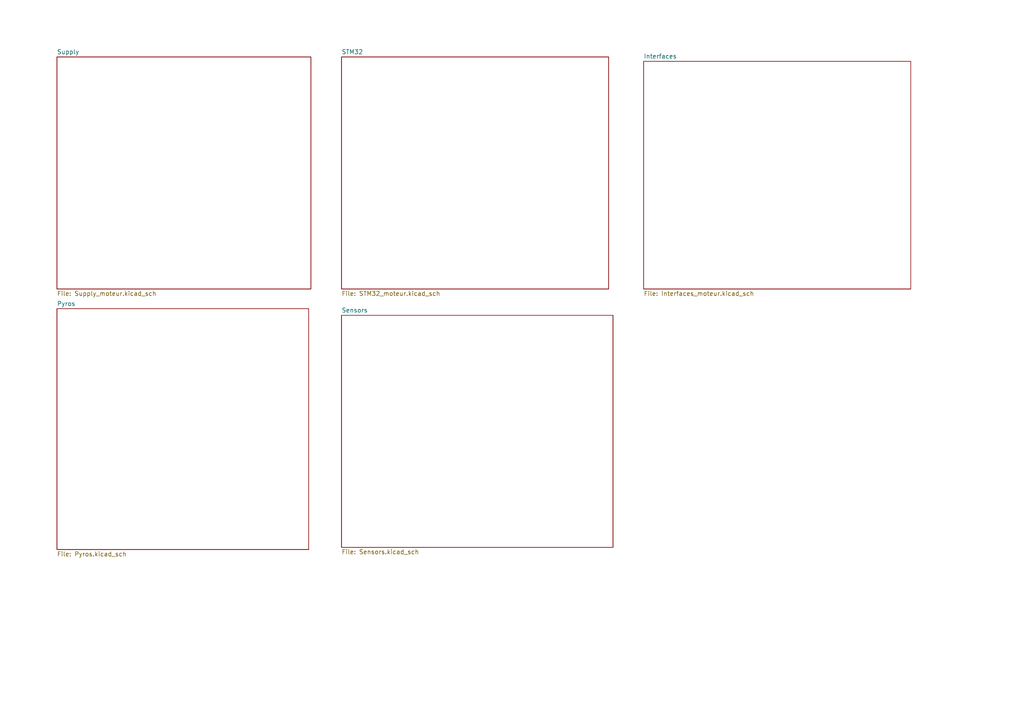
<source format=kicad_sch>
(kicad_sch
	(version 20250114)
	(generator "eeschema")
	(generator_version "9.0")
	(uuid "b0d87684-7b1c-41d8-8358-755aa327573e")
	(paper "A4")
	(lib_symbols)
	(sheet
		(at 16.51 89.535)
		(size 73.025 69.85)
		(exclude_from_sim no)
		(in_bom yes)
		(on_board yes)
		(dnp no)
		(fields_autoplaced yes)
		(stroke
			(width 0.1524)
			(type solid)
		)
		(fill
			(color 0 0 0 0.0000)
		)
		(uuid "1c3f73a9-ace7-4654-9081-04f4c5cd0c08")
		(property "Sheetname" "Pyros"
			(at 16.51 88.8234 0)
			(effects
				(font
					(size 1.27 1.27)
				)
				(justify left bottom)
			)
		)
		(property "Sheetfile" "Pyros.kicad_sch"
			(at 16.51 159.9696 0)
			(effects
				(font
					(size 1.27 1.27)
				)
				(justify left top)
			)
		)
		(instances
			(project "PCB_moteur"
				(path "/b0d87684-7b1c-41d8-8358-755aa327573e"
					(page "5")
				)
			)
		)
	)
	(sheet
		(at 99.06 16.51)
		(size 77.47 67.31)
		(exclude_from_sim no)
		(in_bom yes)
		(on_board yes)
		(dnp no)
		(fields_autoplaced yes)
		(stroke
			(width 0.1524)
			(type solid)
		)
		(fill
			(color 0 0 0 0.0000)
		)
		(uuid "753d1783-c2f5-4012-bbb8-3f4eadf066f6")
		(property "Sheetname" "STM32"
			(at 99.06 15.7984 0)
			(effects
				(font
					(size 1.27 1.27)
				)
				(justify left bottom)
			)
		)
		(property "Sheetfile" "STM32_moteur.kicad_sch"
			(at 99.06 84.4046 0)
			(effects
				(font
					(size 1.27 1.27)
				)
				(justify left top)
			)
		)
		(instances
			(project "PCB_moteur"
				(path "/b0d87684-7b1c-41d8-8358-755aa327573e"
					(page "3")
				)
			)
		)
	)
	(sheet
		(at 16.51 16.51)
		(size 73.66 67.31)
		(exclude_from_sim no)
		(in_bom yes)
		(on_board yes)
		(dnp no)
		(fields_autoplaced yes)
		(stroke
			(width 0.1524)
			(type solid)
		)
		(fill
			(color 0 0 0 0.0000)
		)
		(uuid "92d1df5d-a307-4eea-a65c-ade4cb0ad548")
		(property "Sheetname" "Supply"
			(at 16.51 15.7984 0)
			(effects
				(font
					(size 1.27 1.27)
				)
				(justify left bottom)
			)
		)
		(property "Sheetfile" "Supply_moteur.kicad_sch"
			(at 16.51 84.4046 0)
			(effects
				(font
					(size 1.27 1.27)
				)
				(justify left top)
			)
		)
		(instances
			(project "PCB_moteur"
				(path "/b0d87684-7b1c-41d8-8358-755aa327573e"
					(page "2")
				)
			)
		)
	)
	(sheet
		(at 186.69 17.78)
		(size 77.47 66.04)
		(exclude_from_sim no)
		(in_bom yes)
		(on_board yes)
		(dnp no)
		(fields_autoplaced yes)
		(stroke
			(width 0.1524)
			(type solid)
		)
		(fill
			(color 0 0 0 0.0000)
		)
		(uuid "a8ed0c04-b51e-4eec-84d1-0b2303d57d27")
		(property "Sheetname" "Interfaces"
			(at 186.69 17.0684 0)
			(effects
				(font
					(size 1.27 1.27)
				)
				(justify left bottom)
			)
		)
		(property "Sheetfile" "Interfaces_moteur.kicad_sch"
			(at 186.69 84.4046 0)
			(effects
				(font
					(size 1.27 1.27)
				)
				(justify left top)
			)
		)
		(instances
			(project "PCB_moteur"
				(path "/b0d87684-7b1c-41d8-8358-755aa327573e"
					(page "4")
				)
			)
		)
	)
	(sheet
		(at 99.06 91.44)
		(size 78.74 67.31)
		(exclude_from_sim no)
		(in_bom yes)
		(on_board yes)
		(dnp no)
		(fields_autoplaced yes)
		(stroke
			(width 0.1524)
			(type solid)
		)
		(fill
			(color 0 0 0 0.0000)
		)
		(uuid "f31687d3-ca84-4d71-914a-32b6c2b363a9")
		(property "Sheetname" "Sensors"
			(at 99.06 90.7284 0)
			(effects
				(font
					(size 1.27 1.27)
				)
				(justify left bottom)
			)
		)
		(property "Sheetfile" "Sensors.kicad_sch"
			(at 99.06 159.3346 0)
			(effects
				(font
					(size 1.27 1.27)
				)
				(justify left top)
			)
		)
		(instances
			(project "PCB_moteur"
				(path "/b0d87684-7b1c-41d8-8358-755aa327573e"
					(page "6")
				)
			)
		)
	)
	(sheet_instances
		(path "/"
			(page "1")
		)
	)
	(embedded_fonts no)
)

</source>
